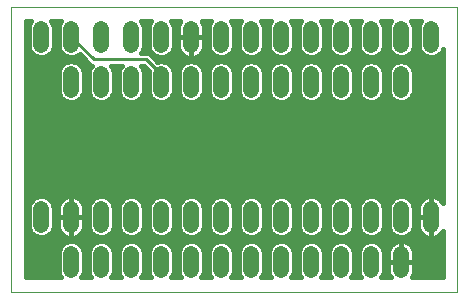
<source format=gbl>
G75*
%MOIN*%
%OFA0B0*%
%FSLAX25Y25*%
%IPPOS*%
%LPD*%
%AMOC8*
5,1,8,0,0,1.08239X$1,22.5*
%
%ADD10C,0.00000*%
%ADD11C,0.05200*%
%ADD12C,0.01600*%
%ADD13C,0.01000*%
D10*
X0011800Y0011800D02*
X0011800Y0106761D01*
X0160501Y0106761D01*
X0160501Y0011800D01*
X0011800Y0011800D01*
D11*
X0031800Y0019200D02*
X0031800Y0024400D01*
X0041800Y0024400D02*
X0041800Y0019200D01*
X0051800Y0019200D02*
X0051800Y0024400D01*
X0061800Y0024400D02*
X0061800Y0019200D01*
X0071800Y0019200D02*
X0071800Y0024400D01*
X0081800Y0024400D02*
X0081800Y0019200D01*
X0091800Y0019200D02*
X0091800Y0024400D01*
X0101800Y0024400D02*
X0101800Y0019200D01*
X0111800Y0019200D02*
X0111800Y0024400D01*
X0121800Y0024400D02*
X0121800Y0019200D01*
X0131800Y0019200D02*
X0131800Y0024400D01*
X0141800Y0024400D02*
X0141800Y0019200D01*
X0141800Y0034200D02*
X0141800Y0039400D01*
X0131800Y0039400D02*
X0131800Y0034200D01*
X0121800Y0034200D02*
X0121800Y0039400D01*
X0111800Y0039400D02*
X0111800Y0034200D01*
X0101800Y0034200D02*
X0101800Y0039400D01*
X0091800Y0039400D02*
X0091800Y0034200D01*
X0081800Y0034200D02*
X0081800Y0039400D01*
X0071800Y0039400D02*
X0071800Y0034200D01*
X0061800Y0034200D02*
X0061800Y0039400D01*
X0051800Y0039400D02*
X0051800Y0034200D01*
X0041800Y0034200D02*
X0041800Y0039400D01*
X0031800Y0039400D02*
X0031800Y0034200D01*
X0021800Y0034200D02*
X0021800Y0039400D01*
X0031800Y0079200D02*
X0031800Y0084400D01*
X0041800Y0084400D02*
X0041800Y0079200D01*
X0051800Y0079200D02*
X0051800Y0084400D01*
X0061800Y0084400D02*
X0061800Y0079200D01*
X0071800Y0079200D02*
X0071800Y0084400D01*
X0081800Y0084400D02*
X0081800Y0079200D01*
X0091800Y0079200D02*
X0091800Y0084400D01*
X0101800Y0084400D02*
X0101800Y0079200D01*
X0111800Y0079200D02*
X0111800Y0084400D01*
X0121800Y0084400D02*
X0121800Y0079200D01*
X0131800Y0079200D02*
X0131800Y0084400D01*
X0141800Y0084400D02*
X0141800Y0079200D01*
X0141800Y0094200D02*
X0141800Y0099400D01*
X0131800Y0099400D02*
X0131800Y0094200D01*
X0121800Y0094200D02*
X0121800Y0099400D01*
X0111800Y0099400D02*
X0111800Y0094200D01*
X0101800Y0094200D02*
X0101800Y0099400D01*
X0091800Y0099400D02*
X0091800Y0094200D01*
X0081800Y0094200D02*
X0081800Y0099400D01*
X0071800Y0099400D02*
X0071800Y0094200D01*
X0061800Y0094200D02*
X0061800Y0099400D01*
X0051800Y0099400D02*
X0051800Y0094200D01*
X0041800Y0094200D02*
X0041800Y0099400D01*
X0031800Y0099400D02*
X0031800Y0094200D01*
X0021800Y0094200D02*
X0021800Y0099400D01*
X0151800Y0099400D02*
X0151800Y0094200D01*
X0151800Y0039400D02*
X0151800Y0034200D01*
D12*
X0151800Y0034179D02*
X0151800Y0034179D01*
X0151800Y0032581D02*
X0151800Y0032581D01*
X0151800Y0030982D02*
X0151800Y0030982D01*
X0151800Y0029800D02*
X0152146Y0029800D01*
X0152830Y0029908D01*
X0153489Y0030122D01*
X0154106Y0030437D01*
X0154666Y0030844D01*
X0155156Y0031334D01*
X0155563Y0031894D01*
X0155701Y0032164D01*
X0155701Y0016600D01*
X0145350Y0016600D01*
X0145563Y0016894D01*
X0145878Y0017511D01*
X0146092Y0018170D01*
X0146200Y0018854D01*
X0146200Y0021800D01*
X0146200Y0024746D01*
X0146092Y0025430D01*
X0145878Y0026089D01*
X0145563Y0026706D01*
X0145156Y0027266D01*
X0144666Y0027756D01*
X0144106Y0028163D01*
X0143489Y0028478D01*
X0142830Y0028692D01*
X0142146Y0028800D01*
X0141800Y0028800D01*
X0141800Y0021800D01*
X0141800Y0021800D01*
X0146200Y0021800D01*
X0141800Y0021800D01*
X0141800Y0021800D01*
X0141800Y0021800D01*
X0137400Y0021800D01*
X0137400Y0024746D01*
X0137508Y0025430D01*
X0137722Y0026089D01*
X0138037Y0026706D01*
X0138444Y0027266D01*
X0138934Y0027756D01*
X0139494Y0028163D01*
X0140111Y0028478D01*
X0140770Y0028692D01*
X0141454Y0028800D01*
X0141800Y0028800D01*
X0141800Y0021800D01*
X0137400Y0021800D01*
X0137400Y0018854D01*
X0137508Y0018170D01*
X0137722Y0017511D01*
X0138037Y0016894D01*
X0138250Y0016600D01*
X0135140Y0016600D01*
X0135361Y0016821D01*
X0136000Y0018365D01*
X0136000Y0025235D01*
X0135361Y0026779D01*
X0134179Y0027961D01*
X0132635Y0028600D01*
X0130965Y0028600D01*
X0129421Y0027961D01*
X0128239Y0026779D01*
X0127600Y0025235D01*
X0127600Y0018365D01*
X0128239Y0016821D01*
X0128460Y0016600D01*
X0125140Y0016600D01*
X0125361Y0016821D01*
X0126000Y0018365D01*
X0126000Y0025235D01*
X0125361Y0026779D01*
X0124179Y0027961D01*
X0122635Y0028600D01*
X0120965Y0028600D01*
X0119421Y0027961D01*
X0118239Y0026779D01*
X0117600Y0025235D01*
X0117600Y0018365D01*
X0118239Y0016821D01*
X0118460Y0016600D01*
X0115140Y0016600D01*
X0115361Y0016821D01*
X0116000Y0018365D01*
X0116000Y0025235D01*
X0115361Y0026779D01*
X0114179Y0027961D01*
X0112635Y0028600D01*
X0110965Y0028600D01*
X0109421Y0027961D01*
X0108239Y0026779D01*
X0107600Y0025235D01*
X0107600Y0018365D01*
X0108239Y0016821D01*
X0108460Y0016600D01*
X0105140Y0016600D01*
X0105361Y0016821D01*
X0106000Y0018365D01*
X0106000Y0025235D01*
X0105361Y0026779D01*
X0104179Y0027961D01*
X0102635Y0028600D01*
X0100965Y0028600D01*
X0099421Y0027961D01*
X0098239Y0026779D01*
X0097600Y0025235D01*
X0097600Y0018365D01*
X0098239Y0016821D01*
X0098460Y0016600D01*
X0095140Y0016600D01*
X0095361Y0016821D01*
X0096000Y0018365D01*
X0096000Y0025235D01*
X0095361Y0026779D01*
X0094179Y0027961D01*
X0092635Y0028600D01*
X0090965Y0028600D01*
X0089421Y0027961D01*
X0088239Y0026779D01*
X0087600Y0025235D01*
X0087600Y0018365D01*
X0088239Y0016821D01*
X0088460Y0016600D01*
X0085140Y0016600D01*
X0085361Y0016821D01*
X0086000Y0018365D01*
X0086000Y0025235D01*
X0085361Y0026779D01*
X0084179Y0027961D01*
X0082635Y0028600D01*
X0080965Y0028600D01*
X0079421Y0027961D01*
X0078239Y0026779D01*
X0077600Y0025235D01*
X0077600Y0018365D01*
X0078239Y0016821D01*
X0078460Y0016600D01*
X0075140Y0016600D01*
X0075361Y0016821D01*
X0076000Y0018365D01*
X0076000Y0025235D01*
X0075361Y0026779D01*
X0074179Y0027961D01*
X0072635Y0028600D01*
X0070965Y0028600D01*
X0069421Y0027961D01*
X0068239Y0026779D01*
X0067600Y0025235D01*
X0067600Y0018365D01*
X0068239Y0016821D01*
X0068460Y0016600D01*
X0065140Y0016600D01*
X0065361Y0016821D01*
X0066000Y0018365D01*
X0066000Y0025235D01*
X0065361Y0026779D01*
X0064179Y0027961D01*
X0062635Y0028600D01*
X0060965Y0028600D01*
X0059421Y0027961D01*
X0058239Y0026779D01*
X0057600Y0025235D01*
X0057600Y0018365D01*
X0058239Y0016821D01*
X0058460Y0016600D01*
X0055140Y0016600D01*
X0055361Y0016821D01*
X0056000Y0018365D01*
X0056000Y0025235D01*
X0055361Y0026779D01*
X0054179Y0027961D01*
X0052635Y0028600D01*
X0050965Y0028600D01*
X0049421Y0027961D01*
X0048239Y0026779D01*
X0047600Y0025235D01*
X0047600Y0018365D01*
X0048239Y0016821D01*
X0048460Y0016600D01*
X0045140Y0016600D01*
X0045361Y0016821D01*
X0046000Y0018365D01*
X0046000Y0025235D01*
X0045361Y0026779D01*
X0044179Y0027961D01*
X0042635Y0028600D01*
X0040965Y0028600D01*
X0039421Y0027961D01*
X0038239Y0026779D01*
X0037600Y0025235D01*
X0037600Y0018365D01*
X0038239Y0016821D01*
X0038460Y0016600D01*
X0035140Y0016600D01*
X0035361Y0016821D01*
X0036000Y0018365D01*
X0036000Y0025235D01*
X0035361Y0026779D01*
X0034179Y0027961D01*
X0032635Y0028600D01*
X0030965Y0028600D01*
X0029421Y0027961D01*
X0028239Y0026779D01*
X0027600Y0025235D01*
X0027600Y0018365D01*
X0028239Y0016821D01*
X0028460Y0016600D01*
X0016600Y0016600D01*
X0016600Y0101961D01*
X0018421Y0101961D01*
X0018239Y0101779D01*
X0017600Y0100235D01*
X0017600Y0093365D01*
X0018239Y0091821D01*
X0019421Y0090639D01*
X0020965Y0090000D01*
X0022635Y0090000D01*
X0024179Y0090639D01*
X0025361Y0091821D01*
X0026000Y0093365D01*
X0026000Y0100235D01*
X0025361Y0101779D01*
X0025179Y0101961D01*
X0028421Y0101961D01*
X0028239Y0101779D01*
X0027600Y0100235D01*
X0027600Y0093365D01*
X0028239Y0091821D01*
X0029421Y0090639D01*
X0030965Y0090000D01*
X0032635Y0090000D01*
X0034179Y0090639D01*
X0034585Y0091045D01*
X0038430Y0087200D01*
X0038660Y0087200D01*
X0038239Y0086779D01*
X0037600Y0085235D01*
X0037600Y0078365D01*
X0038239Y0076821D01*
X0039421Y0075639D01*
X0040965Y0075000D01*
X0042635Y0075000D01*
X0044179Y0075639D01*
X0045361Y0076821D01*
X0046000Y0078365D01*
X0046000Y0085235D01*
X0045361Y0086779D01*
X0044940Y0087200D01*
X0048660Y0087200D01*
X0048239Y0086779D01*
X0047600Y0085235D01*
X0047600Y0078365D01*
X0048239Y0076821D01*
X0049421Y0075639D01*
X0050965Y0075000D01*
X0052635Y0075000D01*
X0054179Y0075639D01*
X0055361Y0076821D01*
X0056000Y0078365D01*
X0056000Y0085235D01*
X0055361Y0086779D01*
X0054940Y0087200D01*
X0055930Y0087200D01*
X0057686Y0085444D01*
X0057600Y0085235D01*
X0057600Y0078365D01*
X0058239Y0076821D01*
X0059421Y0075639D01*
X0060965Y0075000D01*
X0062635Y0075000D01*
X0064179Y0075639D01*
X0065361Y0076821D01*
X0066000Y0078365D01*
X0066000Y0085235D01*
X0065361Y0086779D01*
X0064179Y0087961D01*
X0062635Y0088600D01*
X0060965Y0088600D01*
X0060615Y0088455D01*
X0057670Y0091400D01*
X0054940Y0091400D01*
X0055361Y0091821D01*
X0056000Y0093365D01*
X0056000Y0100235D01*
X0055361Y0101779D01*
X0055179Y0101961D01*
X0058421Y0101961D01*
X0058239Y0101779D01*
X0057600Y0100235D01*
X0057600Y0093365D01*
X0058239Y0091821D01*
X0059421Y0090639D01*
X0060965Y0090000D01*
X0062635Y0090000D01*
X0064179Y0090639D01*
X0065361Y0091821D01*
X0066000Y0093365D01*
X0066000Y0100235D01*
X0065361Y0101779D01*
X0065179Y0101961D01*
X0068222Y0101961D01*
X0068037Y0101706D01*
X0067722Y0101089D01*
X0067508Y0100430D01*
X0067400Y0099746D01*
X0067400Y0096800D01*
X0071800Y0096800D01*
X0076200Y0096800D01*
X0076200Y0099746D01*
X0076092Y0100430D01*
X0075878Y0101089D01*
X0075563Y0101706D01*
X0075378Y0101961D01*
X0078421Y0101961D01*
X0078239Y0101779D01*
X0077600Y0100235D01*
X0077600Y0093365D01*
X0078239Y0091821D01*
X0079421Y0090639D01*
X0080965Y0090000D01*
X0082635Y0090000D01*
X0084179Y0090639D01*
X0085361Y0091821D01*
X0086000Y0093365D01*
X0086000Y0100235D01*
X0085361Y0101779D01*
X0085179Y0101961D01*
X0088421Y0101961D01*
X0088239Y0101779D01*
X0087600Y0100235D01*
X0087600Y0093365D01*
X0088239Y0091821D01*
X0089421Y0090639D01*
X0090965Y0090000D01*
X0092635Y0090000D01*
X0094179Y0090639D01*
X0095361Y0091821D01*
X0096000Y0093365D01*
X0096000Y0100235D01*
X0095361Y0101779D01*
X0095179Y0101961D01*
X0098421Y0101961D01*
X0098239Y0101779D01*
X0097600Y0100235D01*
X0097600Y0093365D01*
X0098239Y0091821D01*
X0099421Y0090639D01*
X0100965Y0090000D01*
X0102635Y0090000D01*
X0104179Y0090639D01*
X0105361Y0091821D01*
X0106000Y0093365D01*
X0106000Y0100235D01*
X0105361Y0101779D01*
X0105179Y0101961D01*
X0108421Y0101961D01*
X0108239Y0101779D01*
X0107600Y0100235D01*
X0107600Y0093365D01*
X0108239Y0091821D01*
X0109421Y0090639D01*
X0110965Y0090000D01*
X0112635Y0090000D01*
X0114179Y0090639D01*
X0115361Y0091821D01*
X0116000Y0093365D01*
X0116000Y0100235D01*
X0115361Y0101779D01*
X0115179Y0101961D01*
X0118421Y0101961D01*
X0118239Y0101779D01*
X0117600Y0100235D01*
X0117600Y0093365D01*
X0118239Y0091821D01*
X0119421Y0090639D01*
X0120965Y0090000D01*
X0122635Y0090000D01*
X0124179Y0090639D01*
X0125361Y0091821D01*
X0126000Y0093365D01*
X0126000Y0100235D01*
X0125361Y0101779D01*
X0125179Y0101961D01*
X0128421Y0101961D01*
X0128239Y0101779D01*
X0127600Y0100235D01*
X0127600Y0093365D01*
X0128239Y0091821D01*
X0129421Y0090639D01*
X0130965Y0090000D01*
X0132635Y0090000D01*
X0134179Y0090639D01*
X0135361Y0091821D01*
X0136000Y0093365D01*
X0136000Y0100235D01*
X0135361Y0101779D01*
X0135179Y0101961D01*
X0138421Y0101961D01*
X0138239Y0101779D01*
X0137600Y0100235D01*
X0137600Y0093365D01*
X0138239Y0091821D01*
X0139421Y0090639D01*
X0140965Y0090000D01*
X0142635Y0090000D01*
X0144179Y0090639D01*
X0145361Y0091821D01*
X0146000Y0093365D01*
X0146000Y0100235D01*
X0145361Y0101779D01*
X0145179Y0101961D01*
X0148421Y0101961D01*
X0148239Y0101779D01*
X0147600Y0100235D01*
X0147600Y0093365D01*
X0148239Y0091821D01*
X0149421Y0090639D01*
X0150965Y0090000D01*
X0152635Y0090000D01*
X0154179Y0090639D01*
X0155361Y0091821D01*
X0155701Y0092642D01*
X0155701Y0041436D01*
X0155563Y0041706D01*
X0155156Y0042266D01*
X0154666Y0042756D01*
X0154106Y0043163D01*
X0153489Y0043478D01*
X0152830Y0043692D01*
X0152146Y0043800D01*
X0151800Y0043800D01*
X0151800Y0036800D01*
X0151800Y0036800D01*
X0151800Y0029800D01*
X0151800Y0036800D01*
X0151800Y0036800D01*
X0151800Y0036800D01*
X0147400Y0036800D01*
X0147400Y0039746D01*
X0147508Y0040430D01*
X0147722Y0041089D01*
X0148037Y0041706D01*
X0148444Y0042266D01*
X0148934Y0042756D01*
X0149494Y0043163D01*
X0150111Y0043478D01*
X0150770Y0043692D01*
X0151454Y0043800D01*
X0151800Y0043800D01*
X0151800Y0036800D01*
X0147400Y0036800D01*
X0147400Y0033854D01*
X0147508Y0033170D01*
X0147722Y0032511D01*
X0148037Y0031894D01*
X0148444Y0031334D01*
X0148934Y0030844D01*
X0149494Y0030437D01*
X0150111Y0030122D01*
X0150770Y0029908D01*
X0151454Y0029800D01*
X0151800Y0029800D01*
X0154805Y0030982D02*
X0155701Y0030982D01*
X0155701Y0029384D02*
X0016600Y0029384D01*
X0016600Y0027785D02*
X0029245Y0027785D01*
X0027994Y0026187D02*
X0016600Y0026187D01*
X0016600Y0024588D02*
X0027600Y0024588D01*
X0027600Y0022990D02*
X0016600Y0022990D01*
X0016600Y0021391D02*
X0027600Y0021391D01*
X0027600Y0019793D02*
X0016600Y0019793D01*
X0016600Y0018194D02*
X0027671Y0018194D01*
X0035929Y0018194D02*
X0037671Y0018194D01*
X0037600Y0019793D02*
X0036000Y0019793D01*
X0036000Y0021391D02*
X0037600Y0021391D01*
X0037600Y0022990D02*
X0036000Y0022990D01*
X0036000Y0024588D02*
X0037600Y0024588D01*
X0037994Y0026187D02*
X0035606Y0026187D01*
X0034355Y0027785D02*
X0039245Y0027785D01*
X0040965Y0030000D02*
X0039421Y0030639D01*
X0038239Y0031821D01*
X0037600Y0033365D01*
X0037600Y0040235D01*
X0038239Y0041779D01*
X0039421Y0042961D01*
X0040965Y0043600D01*
X0042635Y0043600D01*
X0044179Y0042961D01*
X0045361Y0041779D01*
X0046000Y0040235D01*
X0046000Y0033365D01*
X0045361Y0031821D01*
X0044179Y0030639D01*
X0042635Y0030000D01*
X0040965Y0030000D01*
X0039078Y0030982D02*
X0034805Y0030982D01*
X0034666Y0030844D02*
X0035156Y0031334D01*
X0035563Y0031894D01*
X0035878Y0032511D01*
X0036092Y0033170D01*
X0036200Y0033854D01*
X0036200Y0036800D01*
X0036200Y0039746D01*
X0036092Y0040430D01*
X0035878Y0041089D01*
X0035563Y0041706D01*
X0035156Y0042266D01*
X0034666Y0042756D01*
X0034106Y0043163D01*
X0033489Y0043478D01*
X0032830Y0043692D01*
X0032146Y0043800D01*
X0031800Y0043800D01*
X0031800Y0036800D01*
X0036200Y0036800D01*
X0031800Y0036800D01*
X0031800Y0036800D01*
X0031800Y0036800D01*
X0031800Y0029800D01*
X0032146Y0029800D01*
X0032830Y0029908D01*
X0033489Y0030122D01*
X0034106Y0030437D01*
X0034666Y0030844D01*
X0035900Y0032581D02*
X0037925Y0032581D01*
X0037600Y0034179D02*
X0036200Y0034179D01*
X0036200Y0035778D02*
X0037600Y0035778D01*
X0037600Y0037376D02*
X0036200Y0037376D01*
X0036200Y0038975D02*
X0037600Y0038975D01*
X0037740Y0040573D02*
X0036045Y0040573D01*
X0035225Y0042172D02*
X0038632Y0042172D01*
X0044968Y0042172D02*
X0048632Y0042172D01*
X0048239Y0041779D02*
X0049421Y0042961D01*
X0050965Y0043600D01*
X0052635Y0043600D01*
X0054179Y0042961D01*
X0055361Y0041779D01*
X0056000Y0040235D01*
X0056000Y0033365D01*
X0055361Y0031821D01*
X0054179Y0030639D01*
X0052635Y0030000D01*
X0050965Y0030000D01*
X0049421Y0030639D01*
X0048239Y0031821D01*
X0047600Y0033365D01*
X0047600Y0040235D01*
X0048239Y0041779D01*
X0047740Y0040573D02*
X0045860Y0040573D01*
X0046000Y0038975D02*
X0047600Y0038975D01*
X0047600Y0037376D02*
X0046000Y0037376D01*
X0046000Y0035778D02*
X0047600Y0035778D01*
X0047600Y0034179D02*
X0046000Y0034179D01*
X0045675Y0032581D02*
X0047925Y0032581D01*
X0049078Y0030982D02*
X0044522Y0030982D01*
X0044355Y0027785D02*
X0049245Y0027785D01*
X0047994Y0026187D02*
X0045606Y0026187D01*
X0046000Y0024588D02*
X0047600Y0024588D01*
X0047600Y0022990D02*
X0046000Y0022990D01*
X0046000Y0021391D02*
X0047600Y0021391D01*
X0047600Y0019793D02*
X0046000Y0019793D01*
X0045929Y0018194D02*
X0047671Y0018194D01*
X0055929Y0018194D02*
X0057671Y0018194D01*
X0057600Y0019793D02*
X0056000Y0019793D01*
X0056000Y0021391D02*
X0057600Y0021391D01*
X0057600Y0022990D02*
X0056000Y0022990D01*
X0056000Y0024588D02*
X0057600Y0024588D01*
X0057994Y0026187D02*
X0055606Y0026187D01*
X0054355Y0027785D02*
X0059245Y0027785D01*
X0060965Y0030000D02*
X0059421Y0030639D01*
X0058239Y0031821D01*
X0057600Y0033365D01*
X0057600Y0040235D01*
X0058239Y0041779D01*
X0059421Y0042961D01*
X0060965Y0043600D01*
X0062635Y0043600D01*
X0064179Y0042961D01*
X0065361Y0041779D01*
X0066000Y0040235D01*
X0066000Y0033365D01*
X0065361Y0031821D01*
X0064179Y0030639D01*
X0062635Y0030000D01*
X0060965Y0030000D01*
X0059078Y0030982D02*
X0054522Y0030982D01*
X0055675Y0032581D02*
X0057925Y0032581D01*
X0057600Y0034179D02*
X0056000Y0034179D01*
X0056000Y0035778D02*
X0057600Y0035778D01*
X0057600Y0037376D02*
X0056000Y0037376D01*
X0056000Y0038975D02*
X0057600Y0038975D01*
X0057740Y0040573D02*
X0055860Y0040573D01*
X0054968Y0042172D02*
X0058632Y0042172D01*
X0064968Y0042172D02*
X0068632Y0042172D01*
X0068239Y0041779D02*
X0067600Y0040235D01*
X0067600Y0033365D01*
X0068239Y0031821D01*
X0069421Y0030639D01*
X0070965Y0030000D01*
X0072635Y0030000D01*
X0074179Y0030639D01*
X0075361Y0031821D01*
X0076000Y0033365D01*
X0076000Y0040235D01*
X0075361Y0041779D01*
X0074179Y0042961D01*
X0072635Y0043600D01*
X0070965Y0043600D01*
X0069421Y0042961D01*
X0068239Y0041779D01*
X0067740Y0040573D02*
X0065860Y0040573D01*
X0066000Y0038975D02*
X0067600Y0038975D01*
X0067600Y0037376D02*
X0066000Y0037376D01*
X0066000Y0035778D02*
X0067600Y0035778D01*
X0067600Y0034179D02*
X0066000Y0034179D01*
X0065675Y0032581D02*
X0067925Y0032581D01*
X0069078Y0030982D02*
X0064522Y0030982D01*
X0064355Y0027785D02*
X0069245Y0027785D01*
X0067994Y0026187D02*
X0065606Y0026187D01*
X0066000Y0024588D02*
X0067600Y0024588D01*
X0067600Y0022990D02*
X0066000Y0022990D01*
X0066000Y0021391D02*
X0067600Y0021391D01*
X0067600Y0019793D02*
X0066000Y0019793D01*
X0065929Y0018194D02*
X0067671Y0018194D01*
X0075929Y0018194D02*
X0077671Y0018194D01*
X0077600Y0019793D02*
X0076000Y0019793D01*
X0076000Y0021391D02*
X0077600Y0021391D01*
X0077600Y0022990D02*
X0076000Y0022990D01*
X0076000Y0024588D02*
X0077600Y0024588D01*
X0077994Y0026187D02*
X0075606Y0026187D01*
X0074355Y0027785D02*
X0079245Y0027785D01*
X0080965Y0030000D02*
X0079421Y0030639D01*
X0078239Y0031821D01*
X0077600Y0033365D01*
X0077600Y0040235D01*
X0078239Y0041779D01*
X0079421Y0042961D01*
X0080965Y0043600D01*
X0082635Y0043600D01*
X0084179Y0042961D01*
X0085361Y0041779D01*
X0086000Y0040235D01*
X0086000Y0033365D01*
X0085361Y0031821D01*
X0084179Y0030639D01*
X0082635Y0030000D01*
X0080965Y0030000D01*
X0079078Y0030982D02*
X0074522Y0030982D01*
X0075675Y0032581D02*
X0077925Y0032581D01*
X0077600Y0034179D02*
X0076000Y0034179D01*
X0076000Y0035778D02*
X0077600Y0035778D01*
X0077600Y0037376D02*
X0076000Y0037376D01*
X0076000Y0038975D02*
X0077600Y0038975D01*
X0077740Y0040573D02*
X0075860Y0040573D01*
X0074968Y0042172D02*
X0078632Y0042172D01*
X0084968Y0042172D02*
X0088632Y0042172D01*
X0088239Y0041779D02*
X0089421Y0042961D01*
X0090965Y0043600D01*
X0092635Y0043600D01*
X0094179Y0042961D01*
X0095361Y0041779D01*
X0096000Y0040235D01*
X0096000Y0033365D01*
X0095361Y0031821D01*
X0094179Y0030639D01*
X0092635Y0030000D01*
X0090965Y0030000D01*
X0089421Y0030639D01*
X0088239Y0031821D01*
X0087600Y0033365D01*
X0087600Y0040235D01*
X0088239Y0041779D01*
X0087740Y0040573D02*
X0085860Y0040573D01*
X0086000Y0038975D02*
X0087600Y0038975D01*
X0087600Y0037376D02*
X0086000Y0037376D01*
X0086000Y0035778D02*
X0087600Y0035778D01*
X0087600Y0034179D02*
X0086000Y0034179D01*
X0085675Y0032581D02*
X0087925Y0032581D01*
X0089078Y0030982D02*
X0084522Y0030982D01*
X0084355Y0027785D02*
X0089245Y0027785D01*
X0087994Y0026187D02*
X0085606Y0026187D01*
X0086000Y0024588D02*
X0087600Y0024588D01*
X0087600Y0022990D02*
X0086000Y0022990D01*
X0086000Y0021391D02*
X0087600Y0021391D01*
X0087600Y0019793D02*
X0086000Y0019793D01*
X0085929Y0018194D02*
X0087671Y0018194D01*
X0095929Y0018194D02*
X0097671Y0018194D01*
X0097600Y0019793D02*
X0096000Y0019793D01*
X0096000Y0021391D02*
X0097600Y0021391D01*
X0097600Y0022990D02*
X0096000Y0022990D01*
X0096000Y0024588D02*
X0097600Y0024588D01*
X0097994Y0026187D02*
X0095606Y0026187D01*
X0094355Y0027785D02*
X0099245Y0027785D01*
X0100965Y0030000D02*
X0099421Y0030639D01*
X0098239Y0031821D01*
X0097600Y0033365D01*
X0097600Y0040235D01*
X0098239Y0041779D01*
X0099421Y0042961D01*
X0100965Y0043600D01*
X0102635Y0043600D01*
X0104179Y0042961D01*
X0105361Y0041779D01*
X0106000Y0040235D01*
X0106000Y0033365D01*
X0105361Y0031821D01*
X0104179Y0030639D01*
X0102635Y0030000D01*
X0100965Y0030000D01*
X0099078Y0030982D02*
X0094522Y0030982D01*
X0095675Y0032581D02*
X0097925Y0032581D01*
X0097600Y0034179D02*
X0096000Y0034179D01*
X0096000Y0035778D02*
X0097600Y0035778D01*
X0097600Y0037376D02*
X0096000Y0037376D01*
X0096000Y0038975D02*
X0097600Y0038975D01*
X0097740Y0040573D02*
X0095860Y0040573D01*
X0094968Y0042172D02*
X0098632Y0042172D01*
X0104968Y0042172D02*
X0108632Y0042172D01*
X0108239Y0041779D02*
X0107600Y0040235D01*
X0107600Y0033365D01*
X0108239Y0031821D01*
X0109421Y0030639D01*
X0110965Y0030000D01*
X0112635Y0030000D01*
X0114179Y0030639D01*
X0115361Y0031821D01*
X0116000Y0033365D01*
X0116000Y0040235D01*
X0115361Y0041779D01*
X0114179Y0042961D01*
X0112635Y0043600D01*
X0110965Y0043600D01*
X0109421Y0042961D01*
X0108239Y0041779D01*
X0107740Y0040573D02*
X0105860Y0040573D01*
X0106000Y0038975D02*
X0107600Y0038975D01*
X0107600Y0037376D02*
X0106000Y0037376D01*
X0106000Y0035778D02*
X0107600Y0035778D01*
X0107600Y0034179D02*
X0106000Y0034179D01*
X0105675Y0032581D02*
X0107925Y0032581D01*
X0109078Y0030982D02*
X0104522Y0030982D01*
X0104355Y0027785D02*
X0109245Y0027785D01*
X0107994Y0026187D02*
X0105606Y0026187D01*
X0106000Y0024588D02*
X0107600Y0024588D01*
X0107600Y0022990D02*
X0106000Y0022990D01*
X0106000Y0021391D02*
X0107600Y0021391D01*
X0107600Y0019793D02*
X0106000Y0019793D01*
X0105929Y0018194D02*
X0107671Y0018194D01*
X0115929Y0018194D02*
X0117671Y0018194D01*
X0117600Y0019793D02*
X0116000Y0019793D01*
X0116000Y0021391D02*
X0117600Y0021391D01*
X0117600Y0022990D02*
X0116000Y0022990D01*
X0116000Y0024588D02*
X0117600Y0024588D01*
X0117994Y0026187D02*
X0115606Y0026187D01*
X0114355Y0027785D02*
X0119245Y0027785D01*
X0120965Y0030000D02*
X0119421Y0030639D01*
X0118239Y0031821D01*
X0117600Y0033365D01*
X0117600Y0040235D01*
X0118239Y0041779D01*
X0119421Y0042961D01*
X0120965Y0043600D01*
X0122635Y0043600D01*
X0124179Y0042961D01*
X0125361Y0041779D01*
X0126000Y0040235D01*
X0126000Y0033365D01*
X0125361Y0031821D01*
X0124179Y0030639D01*
X0122635Y0030000D01*
X0120965Y0030000D01*
X0119078Y0030982D02*
X0114522Y0030982D01*
X0115675Y0032581D02*
X0117925Y0032581D01*
X0117600Y0034179D02*
X0116000Y0034179D01*
X0116000Y0035778D02*
X0117600Y0035778D01*
X0117600Y0037376D02*
X0116000Y0037376D01*
X0116000Y0038975D02*
X0117600Y0038975D01*
X0117740Y0040573D02*
X0115860Y0040573D01*
X0114968Y0042172D02*
X0118632Y0042172D01*
X0124968Y0042172D02*
X0128632Y0042172D01*
X0128239Y0041779D02*
X0129421Y0042961D01*
X0130965Y0043600D01*
X0132635Y0043600D01*
X0134179Y0042961D01*
X0135361Y0041779D01*
X0136000Y0040235D01*
X0136000Y0033365D01*
X0135361Y0031821D01*
X0134179Y0030639D01*
X0132635Y0030000D01*
X0130965Y0030000D01*
X0129421Y0030639D01*
X0128239Y0031821D01*
X0127600Y0033365D01*
X0127600Y0040235D01*
X0128239Y0041779D01*
X0127740Y0040573D02*
X0125860Y0040573D01*
X0126000Y0038975D02*
X0127600Y0038975D01*
X0127600Y0037376D02*
X0126000Y0037376D01*
X0126000Y0035778D02*
X0127600Y0035778D01*
X0127600Y0034179D02*
X0126000Y0034179D01*
X0125675Y0032581D02*
X0127925Y0032581D01*
X0129078Y0030982D02*
X0124522Y0030982D01*
X0124355Y0027785D02*
X0129245Y0027785D01*
X0127994Y0026187D02*
X0125606Y0026187D01*
X0126000Y0024588D02*
X0127600Y0024588D01*
X0127600Y0022990D02*
X0126000Y0022990D01*
X0126000Y0021391D02*
X0127600Y0021391D01*
X0127600Y0019793D02*
X0126000Y0019793D01*
X0125929Y0018194D02*
X0127671Y0018194D01*
X0135929Y0018194D02*
X0137504Y0018194D01*
X0137400Y0019793D02*
X0136000Y0019793D01*
X0136000Y0021391D02*
X0137400Y0021391D01*
X0137400Y0022990D02*
X0136000Y0022990D01*
X0136000Y0024588D02*
X0137400Y0024588D01*
X0137772Y0026187D02*
X0135606Y0026187D01*
X0134355Y0027785D02*
X0138973Y0027785D01*
X0141800Y0027785D02*
X0141800Y0027785D01*
X0141800Y0026187D02*
X0141800Y0026187D01*
X0141800Y0024588D02*
X0141800Y0024588D01*
X0141800Y0022990D02*
X0141800Y0022990D01*
X0146200Y0022990D02*
X0155701Y0022990D01*
X0155701Y0024588D02*
X0146200Y0024588D01*
X0145828Y0026187D02*
X0155701Y0026187D01*
X0155701Y0027785D02*
X0144627Y0027785D01*
X0144179Y0030639D02*
X0142635Y0030000D01*
X0140965Y0030000D01*
X0139421Y0030639D01*
X0138239Y0031821D01*
X0137600Y0033365D01*
X0137600Y0040235D01*
X0138239Y0041779D01*
X0139421Y0042961D01*
X0140965Y0043600D01*
X0142635Y0043600D01*
X0144179Y0042961D01*
X0145361Y0041779D01*
X0146000Y0040235D01*
X0146000Y0033365D01*
X0145361Y0031821D01*
X0144179Y0030639D01*
X0144522Y0030982D02*
X0148795Y0030982D01*
X0147700Y0032581D02*
X0145675Y0032581D01*
X0146000Y0034179D02*
X0147400Y0034179D01*
X0147400Y0035778D02*
X0146000Y0035778D01*
X0146000Y0037376D02*
X0147400Y0037376D01*
X0147400Y0038975D02*
X0146000Y0038975D01*
X0145860Y0040573D02*
X0147555Y0040573D01*
X0148375Y0042172D02*
X0144968Y0042172D01*
X0138632Y0042172D02*
X0134968Y0042172D01*
X0135860Y0040573D02*
X0137740Y0040573D01*
X0137600Y0038975D02*
X0136000Y0038975D01*
X0136000Y0037376D02*
X0137600Y0037376D01*
X0137600Y0035778D02*
X0136000Y0035778D01*
X0136000Y0034179D02*
X0137600Y0034179D01*
X0137925Y0032581D02*
X0135675Y0032581D01*
X0134522Y0030982D02*
X0139078Y0030982D01*
X0151800Y0035778D02*
X0151800Y0035778D01*
X0151800Y0037376D02*
X0151800Y0037376D01*
X0151800Y0038975D02*
X0151800Y0038975D01*
X0151800Y0040573D02*
X0151800Y0040573D01*
X0151800Y0042172D02*
X0151800Y0042172D01*
X0151800Y0043770D02*
X0151800Y0043770D01*
X0152334Y0043770D02*
X0155701Y0043770D01*
X0155701Y0042172D02*
X0155225Y0042172D01*
X0151266Y0043770D02*
X0032334Y0043770D01*
X0031800Y0043770D02*
X0031800Y0043770D01*
X0031800Y0043800D02*
X0031454Y0043800D01*
X0030770Y0043692D01*
X0030111Y0043478D01*
X0029494Y0043163D01*
X0028934Y0042756D01*
X0028444Y0042266D01*
X0028037Y0041706D01*
X0027722Y0041089D01*
X0027508Y0040430D01*
X0027400Y0039746D01*
X0027400Y0036800D01*
X0031800Y0036800D01*
X0031800Y0036800D01*
X0031800Y0036800D01*
X0031800Y0043800D01*
X0031266Y0043770D02*
X0016600Y0043770D01*
X0016600Y0042172D02*
X0018632Y0042172D01*
X0018239Y0041779D02*
X0017600Y0040235D01*
X0017600Y0033365D01*
X0018239Y0031821D01*
X0019421Y0030639D01*
X0020965Y0030000D01*
X0022635Y0030000D01*
X0024179Y0030639D01*
X0025361Y0031821D01*
X0026000Y0033365D01*
X0026000Y0040235D01*
X0025361Y0041779D01*
X0024179Y0042961D01*
X0022635Y0043600D01*
X0020965Y0043600D01*
X0019421Y0042961D01*
X0018239Y0041779D01*
X0017740Y0040573D02*
X0016600Y0040573D01*
X0016600Y0038975D02*
X0017600Y0038975D01*
X0017600Y0037376D02*
X0016600Y0037376D01*
X0016600Y0035778D02*
X0017600Y0035778D01*
X0017600Y0034179D02*
X0016600Y0034179D01*
X0016600Y0032581D02*
X0017925Y0032581D01*
X0019078Y0030982D02*
X0016600Y0030982D01*
X0024522Y0030982D02*
X0028795Y0030982D01*
X0028934Y0030844D02*
X0029494Y0030437D01*
X0030111Y0030122D01*
X0030770Y0029908D01*
X0031454Y0029800D01*
X0031800Y0029800D01*
X0031800Y0036800D01*
X0027400Y0036800D01*
X0027400Y0033854D01*
X0027508Y0033170D01*
X0027722Y0032511D01*
X0028037Y0031894D01*
X0028444Y0031334D01*
X0028934Y0030844D01*
X0027700Y0032581D02*
X0025675Y0032581D01*
X0026000Y0034179D02*
X0027400Y0034179D01*
X0027400Y0035778D02*
X0026000Y0035778D01*
X0026000Y0037376D02*
X0027400Y0037376D01*
X0027400Y0038975D02*
X0026000Y0038975D01*
X0025860Y0040573D02*
X0027555Y0040573D01*
X0028375Y0042172D02*
X0024968Y0042172D01*
X0031800Y0042172D02*
X0031800Y0042172D01*
X0031800Y0040573D02*
X0031800Y0040573D01*
X0031800Y0038975D02*
X0031800Y0038975D01*
X0031800Y0037376D02*
X0031800Y0037376D01*
X0031800Y0035778D02*
X0031800Y0035778D01*
X0031800Y0034179D02*
X0031800Y0034179D01*
X0031800Y0032581D02*
X0031800Y0032581D01*
X0031800Y0030982D02*
X0031800Y0030982D01*
X0016600Y0045369D02*
X0155701Y0045369D01*
X0155701Y0046967D02*
X0016600Y0046967D01*
X0016600Y0048566D02*
X0155701Y0048566D01*
X0155701Y0050164D02*
X0016600Y0050164D01*
X0016600Y0051763D02*
X0155701Y0051763D01*
X0155701Y0053361D02*
X0016600Y0053361D01*
X0016600Y0054960D02*
X0155701Y0054960D01*
X0155701Y0056558D02*
X0016600Y0056558D01*
X0016600Y0058157D02*
X0155701Y0058157D01*
X0155701Y0059755D02*
X0016600Y0059755D01*
X0016600Y0061354D02*
X0155701Y0061354D01*
X0155701Y0062952D02*
X0016600Y0062952D01*
X0016600Y0064551D02*
X0155701Y0064551D01*
X0155701Y0066149D02*
X0016600Y0066149D01*
X0016600Y0067748D02*
X0155701Y0067748D01*
X0155701Y0069346D02*
X0016600Y0069346D01*
X0016600Y0070945D02*
X0155701Y0070945D01*
X0155701Y0072543D02*
X0016600Y0072543D01*
X0016600Y0074142D02*
X0155701Y0074142D01*
X0155701Y0075740D02*
X0144280Y0075740D01*
X0144179Y0075639D02*
X0145361Y0076821D01*
X0146000Y0078365D01*
X0146000Y0085235D01*
X0145361Y0086779D01*
X0144179Y0087961D01*
X0142635Y0088600D01*
X0140965Y0088600D01*
X0139421Y0087961D01*
X0138239Y0086779D01*
X0137600Y0085235D01*
X0137600Y0078365D01*
X0138239Y0076821D01*
X0139421Y0075639D01*
X0140965Y0075000D01*
X0142635Y0075000D01*
X0144179Y0075639D01*
X0145575Y0077339D02*
X0155701Y0077339D01*
X0155701Y0078937D02*
X0146000Y0078937D01*
X0146000Y0080536D02*
X0155701Y0080536D01*
X0155701Y0082134D02*
X0146000Y0082134D01*
X0146000Y0083733D02*
X0155701Y0083733D01*
X0155701Y0085332D02*
X0145960Y0085332D01*
X0145210Y0086930D02*
X0155701Y0086930D01*
X0155701Y0088529D02*
X0142808Y0088529D01*
X0142942Y0090127D02*
X0150658Y0090127D01*
X0152942Y0090127D02*
X0155701Y0090127D01*
X0155701Y0091726D02*
X0155265Y0091726D01*
X0148335Y0091726D02*
X0145265Y0091726D01*
X0145983Y0093324D02*
X0147617Y0093324D01*
X0147600Y0094923D02*
X0146000Y0094923D01*
X0146000Y0096521D02*
X0147600Y0096521D01*
X0147600Y0098120D02*
X0146000Y0098120D01*
X0146000Y0099718D02*
X0147600Y0099718D01*
X0148048Y0101317D02*
X0145552Y0101317D01*
X0138048Y0101317D02*
X0135552Y0101317D01*
X0136000Y0099718D02*
X0137600Y0099718D01*
X0137600Y0098120D02*
X0136000Y0098120D01*
X0136000Y0096521D02*
X0137600Y0096521D01*
X0137600Y0094923D02*
X0136000Y0094923D01*
X0135983Y0093324D02*
X0137617Y0093324D01*
X0138335Y0091726D02*
X0135265Y0091726D01*
X0132942Y0090127D02*
X0140658Y0090127D01*
X0140792Y0088529D02*
X0132808Y0088529D01*
X0132635Y0088600D02*
X0130965Y0088600D01*
X0129421Y0087961D01*
X0128239Y0086779D01*
X0127600Y0085235D01*
X0127600Y0078365D01*
X0128239Y0076821D01*
X0129421Y0075639D01*
X0130965Y0075000D01*
X0132635Y0075000D01*
X0134179Y0075639D01*
X0135361Y0076821D01*
X0136000Y0078365D01*
X0136000Y0085235D01*
X0135361Y0086779D01*
X0134179Y0087961D01*
X0132635Y0088600D01*
X0130792Y0088529D02*
X0122808Y0088529D01*
X0122635Y0088600D02*
X0120965Y0088600D01*
X0119421Y0087961D01*
X0118239Y0086779D01*
X0117600Y0085235D01*
X0117600Y0078365D01*
X0118239Y0076821D01*
X0119421Y0075639D01*
X0120965Y0075000D01*
X0122635Y0075000D01*
X0124179Y0075639D01*
X0125361Y0076821D01*
X0126000Y0078365D01*
X0126000Y0085235D01*
X0125361Y0086779D01*
X0124179Y0087961D01*
X0122635Y0088600D01*
X0122942Y0090127D02*
X0130658Y0090127D01*
X0128335Y0091726D02*
X0125265Y0091726D01*
X0125983Y0093324D02*
X0127617Y0093324D01*
X0127600Y0094923D02*
X0126000Y0094923D01*
X0126000Y0096521D02*
X0127600Y0096521D01*
X0127600Y0098120D02*
X0126000Y0098120D01*
X0126000Y0099718D02*
X0127600Y0099718D01*
X0128048Y0101317D02*
X0125552Y0101317D01*
X0118048Y0101317D02*
X0115552Y0101317D01*
X0116000Y0099718D02*
X0117600Y0099718D01*
X0117600Y0098120D02*
X0116000Y0098120D01*
X0116000Y0096521D02*
X0117600Y0096521D01*
X0117600Y0094923D02*
X0116000Y0094923D01*
X0115983Y0093324D02*
X0117617Y0093324D01*
X0118335Y0091726D02*
X0115265Y0091726D01*
X0112942Y0090127D02*
X0120658Y0090127D01*
X0120792Y0088529D02*
X0112808Y0088529D01*
X0112635Y0088600D02*
X0110965Y0088600D01*
X0109421Y0087961D01*
X0108239Y0086779D01*
X0107600Y0085235D01*
X0107600Y0078365D01*
X0108239Y0076821D01*
X0109421Y0075639D01*
X0110965Y0075000D01*
X0112635Y0075000D01*
X0114179Y0075639D01*
X0115361Y0076821D01*
X0116000Y0078365D01*
X0116000Y0085235D01*
X0115361Y0086779D01*
X0114179Y0087961D01*
X0112635Y0088600D01*
X0110792Y0088529D02*
X0102808Y0088529D01*
X0102635Y0088600D02*
X0100965Y0088600D01*
X0099421Y0087961D01*
X0098239Y0086779D01*
X0097600Y0085235D01*
X0097600Y0078365D01*
X0098239Y0076821D01*
X0099421Y0075639D01*
X0100965Y0075000D01*
X0102635Y0075000D01*
X0104179Y0075639D01*
X0105361Y0076821D01*
X0106000Y0078365D01*
X0106000Y0085235D01*
X0105361Y0086779D01*
X0104179Y0087961D01*
X0102635Y0088600D01*
X0102942Y0090127D02*
X0110658Y0090127D01*
X0108335Y0091726D02*
X0105265Y0091726D01*
X0105983Y0093324D02*
X0107617Y0093324D01*
X0107600Y0094923D02*
X0106000Y0094923D01*
X0106000Y0096521D02*
X0107600Y0096521D01*
X0107600Y0098120D02*
X0106000Y0098120D01*
X0106000Y0099718D02*
X0107600Y0099718D01*
X0108048Y0101317D02*
X0105552Y0101317D01*
X0098048Y0101317D02*
X0095552Y0101317D01*
X0096000Y0099718D02*
X0097600Y0099718D01*
X0097600Y0098120D02*
X0096000Y0098120D01*
X0096000Y0096521D02*
X0097600Y0096521D01*
X0097600Y0094923D02*
X0096000Y0094923D01*
X0095983Y0093324D02*
X0097617Y0093324D01*
X0098335Y0091726D02*
X0095265Y0091726D01*
X0092942Y0090127D02*
X0100658Y0090127D01*
X0100792Y0088529D02*
X0092808Y0088529D01*
X0092635Y0088600D02*
X0090965Y0088600D01*
X0089421Y0087961D01*
X0088239Y0086779D01*
X0087600Y0085235D01*
X0087600Y0078365D01*
X0088239Y0076821D01*
X0089421Y0075639D01*
X0090965Y0075000D01*
X0092635Y0075000D01*
X0094179Y0075639D01*
X0095361Y0076821D01*
X0096000Y0078365D01*
X0096000Y0085235D01*
X0095361Y0086779D01*
X0094179Y0087961D01*
X0092635Y0088600D01*
X0090792Y0088529D02*
X0082808Y0088529D01*
X0082635Y0088600D02*
X0080965Y0088600D01*
X0079421Y0087961D01*
X0078239Y0086779D01*
X0077600Y0085235D01*
X0077600Y0078365D01*
X0078239Y0076821D01*
X0079421Y0075639D01*
X0080965Y0075000D01*
X0082635Y0075000D01*
X0084179Y0075639D01*
X0085361Y0076821D01*
X0086000Y0078365D01*
X0086000Y0085235D01*
X0085361Y0086779D01*
X0084179Y0087961D01*
X0082635Y0088600D01*
X0082942Y0090127D02*
X0090658Y0090127D01*
X0088335Y0091726D02*
X0085265Y0091726D01*
X0085983Y0093324D02*
X0087617Y0093324D01*
X0087600Y0094923D02*
X0086000Y0094923D01*
X0086000Y0096521D02*
X0087600Y0096521D01*
X0087600Y0098120D02*
X0086000Y0098120D01*
X0086000Y0099718D02*
X0087600Y0099718D01*
X0088048Y0101317D02*
X0085552Y0101317D01*
X0078048Y0101317D02*
X0075762Y0101317D01*
X0076200Y0099718D02*
X0077600Y0099718D01*
X0077600Y0098120D02*
X0076200Y0098120D01*
X0076200Y0096800D02*
X0071800Y0096800D01*
X0071800Y0096800D01*
X0071800Y0089800D01*
X0072146Y0089800D01*
X0072830Y0089908D01*
X0073489Y0090122D01*
X0074106Y0090437D01*
X0074666Y0090844D01*
X0075156Y0091334D01*
X0075563Y0091894D01*
X0075878Y0092511D01*
X0076092Y0093170D01*
X0076200Y0093854D01*
X0076200Y0096800D01*
X0076200Y0096521D02*
X0077600Y0096521D01*
X0077600Y0094923D02*
X0076200Y0094923D01*
X0076116Y0093324D02*
X0077617Y0093324D01*
X0078335Y0091726D02*
X0075441Y0091726D01*
X0073498Y0090127D02*
X0080658Y0090127D01*
X0080792Y0088529D02*
X0072808Y0088529D01*
X0072635Y0088600D02*
X0070965Y0088600D01*
X0069421Y0087961D01*
X0068239Y0086779D01*
X0067600Y0085235D01*
X0067600Y0078365D01*
X0068239Y0076821D01*
X0069421Y0075639D01*
X0070965Y0075000D01*
X0072635Y0075000D01*
X0074179Y0075639D01*
X0075361Y0076821D01*
X0076000Y0078365D01*
X0076000Y0085235D01*
X0075361Y0086779D01*
X0074179Y0087961D01*
X0072635Y0088600D01*
X0071800Y0089800D02*
X0071800Y0096800D01*
X0071800Y0096800D01*
X0071800Y0096800D01*
X0067400Y0096800D01*
X0067400Y0093854D01*
X0067508Y0093170D01*
X0067722Y0092511D01*
X0068037Y0091894D01*
X0068444Y0091334D01*
X0068934Y0090844D01*
X0069494Y0090437D01*
X0070111Y0090122D01*
X0070770Y0089908D01*
X0071454Y0089800D01*
X0071800Y0089800D01*
X0071800Y0090127D02*
X0071800Y0090127D01*
X0070102Y0090127D02*
X0062942Y0090127D01*
X0062808Y0088529D02*
X0070792Y0088529D01*
X0068390Y0086930D02*
X0065210Y0086930D01*
X0065960Y0085332D02*
X0067640Y0085332D01*
X0067600Y0083733D02*
X0066000Y0083733D01*
X0066000Y0082134D02*
X0067600Y0082134D01*
X0067600Y0080536D02*
X0066000Y0080536D01*
X0066000Y0078937D02*
X0067600Y0078937D01*
X0068025Y0077339D02*
X0065575Y0077339D01*
X0064280Y0075740D02*
X0069320Y0075740D01*
X0074280Y0075740D02*
X0079320Y0075740D01*
X0078025Y0077339D02*
X0075575Y0077339D01*
X0076000Y0078937D02*
X0077600Y0078937D01*
X0077600Y0080536D02*
X0076000Y0080536D01*
X0076000Y0082134D02*
X0077600Y0082134D01*
X0077600Y0083733D02*
X0076000Y0083733D01*
X0075960Y0085332D02*
X0077640Y0085332D01*
X0078390Y0086930D02*
X0075210Y0086930D01*
X0071800Y0091726D02*
X0071800Y0091726D01*
X0071800Y0093324D02*
X0071800Y0093324D01*
X0071800Y0094923D02*
X0071800Y0094923D01*
X0071800Y0096521D02*
X0071800Y0096521D01*
X0067400Y0096521D02*
X0066000Y0096521D01*
X0066000Y0094923D02*
X0067400Y0094923D01*
X0067484Y0093324D02*
X0065983Y0093324D01*
X0065265Y0091726D02*
X0068159Y0091726D01*
X0060792Y0088529D02*
X0060541Y0088529D01*
X0060658Y0090127D02*
X0058943Y0090127D01*
X0058335Y0091726D02*
X0055265Y0091726D01*
X0055983Y0093324D02*
X0057617Y0093324D01*
X0057600Y0094923D02*
X0056000Y0094923D01*
X0056000Y0096521D02*
X0057600Y0096521D01*
X0057600Y0098120D02*
X0056000Y0098120D01*
X0056000Y0099718D02*
X0057600Y0099718D01*
X0058048Y0101317D02*
X0055552Y0101317D01*
X0065552Y0101317D02*
X0067838Y0101317D01*
X0067400Y0099718D02*
X0066000Y0099718D01*
X0066000Y0098120D02*
X0067400Y0098120D01*
X0056200Y0086930D02*
X0055210Y0086930D01*
X0055960Y0085332D02*
X0057640Y0085332D01*
X0057600Y0083733D02*
X0056000Y0083733D01*
X0056000Y0082134D02*
X0057600Y0082134D01*
X0057600Y0080536D02*
X0056000Y0080536D01*
X0056000Y0078937D02*
X0057600Y0078937D01*
X0058025Y0077339D02*
X0055575Y0077339D01*
X0054280Y0075740D02*
X0059320Y0075740D01*
X0049320Y0075740D02*
X0044280Y0075740D01*
X0045575Y0077339D02*
X0048025Y0077339D01*
X0047600Y0078937D02*
X0046000Y0078937D01*
X0046000Y0080536D02*
X0047600Y0080536D01*
X0047600Y0082134D02*
X0046000Y0082134D01*
X0046000Y0083733D02*
X0047600Y0083733D01*
X0047640Y0085332D02*
X0045960Y0085332D01*
X0045210Y0086930D02*
X0048390Y0086930D01*
X0038390Y0086930D02*
X0035210Y0086930D01*
X0035361Y0086779D02*
X0034179Y0087961D01*
X0032635Y0088600D01*
X0030965Y0088600D01*
X0029421Y0087961D01*
X0028239Y0086779D01*
X0027600Y0085235D01*
X0027600Y0078365D01*
X0028239Y0076821D01*
X0029421Y0075639D01*
X0030965Y0075000D01*
X0032635Y0075000D01*
X0034179Y0075639D01*
X0035361Y0076821D01*
X0036000Y0078365D01*
X0036000Y0085235D01*
X0035361Y0086779D01*
X0037102Y0088529D02*
X0032808Y0088529D01*
X0032942Y0090127D02*
X0035503Y0090127D01*
X0030658Y0090127D02*
X0022942Y0090127D01*
X0020658Y0090127D02*
X0016600Y0090127D01*
X0016600Y0088529D02*
X0030792Y0088529D01*
X0028390Y0086930D02*
X0016600Y0086930D01*
X0016600Y0085332D02*
X0027640Y0085332D01*
X0027600Y0083733D02*
X0016600Y0083733D01*
X0016600Y0082134D02*
X0027600Y0082134D01*
X0027600Y0080536D02*
X0016600Y0080536D01*
X0016600Y0078937D02*
X0027600Y0078937D01*
X0028025Y0077339D02*
X0016600Y0077339D01*
X0016600Y0075740D02*
X0029320Y0075740D01*
X0034280Y0075740D02*
X0039320Y0075740D01*
X0038025Y0077339D02*
X0035575Y0077339D01*
X0036000Y0078937D02*
X0037600Y0078937D01*
X0037600Y0080536D02*
X0036000Y0080536D01*
X0036000Y0082134D02*
X0037600Y0082134D01*
X0037600Y0083733D02*
X0036000Y0083733D01*
X0035960Y0085332D02*
X0037640Y0085332D01*
X0028335Y0091726D02*
X0025265Y0091726D01*
X0025983Y0093324D02*
X0027617Y0093324D01*
X0027600Y0094923D02*
X0026000Y0094923D01*
X0026000Y0096521D02*
X0027600Y0096521D01*
X0027600Y0098120D02*
X0026000Y0098120D01*
X0026000Y0099718D02*
X0027600Y0099718D01*
X0028048Y0101317D02*
X0025552Y0101317D01*
X0018048Y0101317D02*
X0016600Y0101317D01*
X0016600Y0099718D02*
X0017600Y0099718D01*
X0017600Y0098120D02*
X0016600Y0098120D01*
X0016600Y0096521D02*
X0017600Y0096521D01*
X0017600Y0094923D02*
X0016600Y0094923D01*
X0016600Y0093324D02*
X0017617Y0093324D01*
X0018335Y0091726D02*
X0016600Y0091726D01*
X0084280Y0075740D02*
X0089320Y0075740D01*
X0088025Y0077339D02*
X0085575Y0077339D01*
X0086000Y0078937D02*
X0087600Y0078937D01*
X0087600Y0080536D02*
X0086000Y0080536D01*
X0086000Y0082134D02*
X0087600Y0082134D01*
X0087600Y0083733D02*
X0086000Y0083733D01*
X0085960Y0085332D02*
X0087640Y0085332D01*
X0088390Y0086930D02*
X0085210Y0086930D01*
X0095210Y0086930D02*
X0098390Y0086930D01*
X0097640Y0085332D02*
X0095960Y0085332D01*
X0096000Y0083733D02*
X0097600Y0083733D01*
X0097600Y0082134D02*
X0096000Y0082134D01*
X0096000Y0080536D02*
X0097600Y0080536D01*
X0097600Y0078937D02*
X0096000Y0078937D01*
X0095575Y0077339D02*
X0098025Y0077339D01*
X0099320Y0075740D02*
X0094280Y0075740D01*
X0104280Y0075740D02*
X0109320Y0075740D01*
X0108025Y0077339D02*
X0105575Y0077339D01*
X0106000Y0078937D02*
X0107600Y0078937D01*
X0107600Y0080536D02*
X0106000Y0080536D01*
X0106000Y0082134D02*
X0107600Y0082134D01*
X0107600Y0083733D02*
X0106000Y0083733D01*
X0105960Y0085332D02*
X0107640Y0085332D01*
X0108390Y0086930D02*
X0105210Y0086930D01*
X0115210Y0086930D02*
X0118390Y0086930D01*
X0117640Y0085332D02*
X0115960Y0085332D01*
X0116000Y0083733D02*
X0117600Y0083733D01*
X0117600Y0082134D02*
X0116000Y0082134D01*
X0116000Y0080536D02*
X0117600Y0080536D01*
X0117600Y0078937D02*
X0116000Y0078937D01*
X0115575Y0077339D02*
X0118025Y0077339D01*
X0119320Y0075740D02*
X0114280Y0075740D01*
X0124280Y0075740D02*
X0129320Y0075740D01*
X0128025Y0077339D02*
X0125575Y0077339D01*
X0126000Y0078937D02*
X0127600Y0078937D01*
X0127600Y0080536D02*
X0126000Y0080536D01*
X0126000Y0082134D02*
X0127600Y0082134D01*
X0127600Y0083733D02*
X0126000Y0083733D01*
X0125960Y0085332D02*
X0127640Y0085332D01*
X0128390Y0086930D02*
X0125210Y0086930D01*
X0135210Y0086930D02*
X0138390Y0086930D01*
X0137640Y0085332D02*
X0135960Y0085332D01*
X0136000Y0083733D02*
X0137600Y0083733D01*
X0137600Y0082134D02*
X0136000Y0082134D01*
X0136000Y0080536D02*
X0137600Y0080536D01*
X0137600Y0078937D02*
X0136000Y0078937D01*
X0135575Y0077339D02*
X0138025Y0077339D01*
X0139320Y0075740D02*
X0134280Y0075740D01*
X0146200Y0021391D02*
X0155701Y0021391D01*
X0155701Y0019793D02*
X0146200Y0019793D01*
X0146095Y0018194D02*
X0155701Y0018194D01*
D13*
X0061800Y0081800D02*
X0061800Y0084300D01*
X0056800Y0089300D01*
X0039300Y0089300D01*
X0031800Y0096800D01*
M02*

</source>
